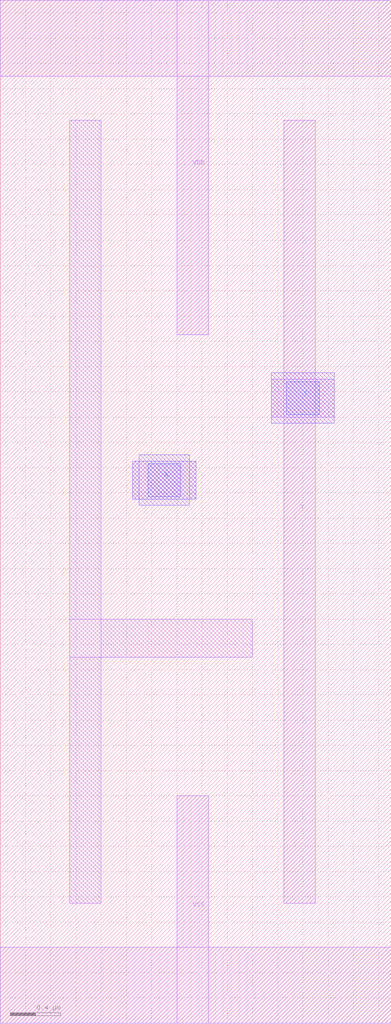
<source format=lef>
# Copyright 2022 Google LLC
# Licensed under the Apache License, Version 2.0 (the "License");
# you may not use this file except in compliance with the License.
# You may obtain a copy of the License at
#
#      http://www.apache.org/licenses/LICENSE-2.0
#
# Unless required by applicable law or agreed to in writing, software
# distributed under the License is distributed on an "AS IS" BASIS,
# WITHOUT WARRANTIES OR CONDITIONS OF ANY KIND, either express or implied.
# See the License for the specific language governing permissions and
# limitations under the License.
VERSION 5.7 ;
BUSBITCHARS "[]" ;
DIVIDERCHAR "/" ;

MACRO gf180mcu_osu_sc_12T_buf_1
  CLASS CORE ;
  ORIGIN 0 0 ;
  FOREIGN gf180mcu_osu_sc_12T_buf_1 0 0 ;
  SIZE 3.1 BY 8.1 ;
  SYMMETRY X Y ;
  SITE GF180_3p3_12t ;
  PIN VDD
    DIRECTION INOUT ;
    USE POWER ;
    SHAPE ABUTMENT ;
    PORT
      LAYER MET1 ;
        RECT 0 7.5 3.1 8.1 ;
        RECT 1.4 5.45 1.65 8.1 ;
    END
  END VDD
  PIN VSS
    DIRECTION INOUT ;
    USE GROUND ;
    PORT
      LAYER MET1 ;
        RECT 0 0 3.1 0.6 ;
        RECT 1.4 0 1.65 1.8 ;
    END
  END VSS
  PIN A
    DIRECTION INPUT ;
    USE SIGNAL ;
    PORT
      LAYER MET1 ;
        RECT 1.05 4.15 1.55 4.45 ;
      LAYER MET2 ;
        RECT 1.05 4.15 1.55 4.45 ;
        RECT 1.1 4.1 1.5 4.5 ;
      LAYER VIA12 ;
        RECT 1.17 4.17 1.43 4.43 ;
    END
  END A
  PIN Y
    DIRECTION OUTPUT ;
    USE SIGNAL ;
    PORT
      LAYER MET1 ;
        RECT 2.15 4.8 2.65 5.1 ;
        RECT 2.25 0.95 2.5 7.15 ;
      LAYER MET2 ;
        RECT 2.15 4.75 2.65 5.15 ;
      LAYER VIA12 ;
        RECT 2.27 4.82 2.53 5.08 ;
    END
  END Y
  OBS
    LAYER MET1 ;
      RECT 0.55 0.95 0.8 7.15 ;
      RECT 0.55 2.9 2 3.2 ;
  END
END gf180mcu_osu_sc_12T_buf_1

</source>
